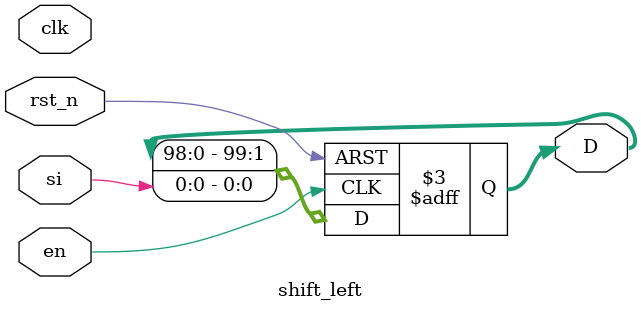
<source format=v>
module shift_left(
    input   clk,
            rst_n,
            si,
            en,
    output  reg [99:0] D
);
    always @(posedge en, negedge rst_n)
        if(!rst_n)
            D<=0;
        else if(en)begin
             D<={D[98:0],si};
        end
endmodule
</source>
